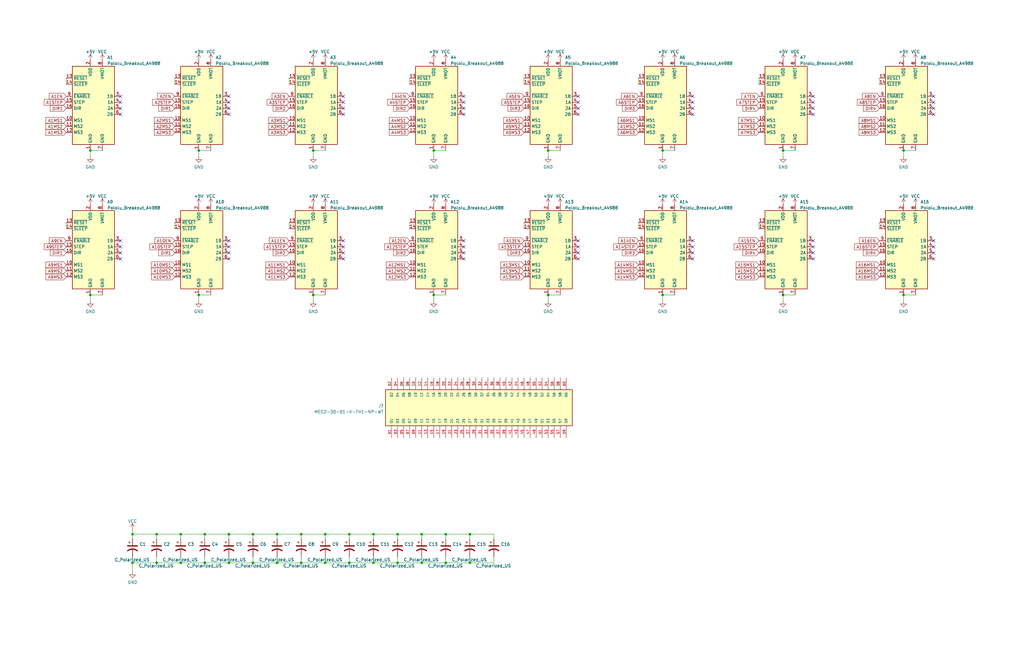
<source format=kicad_sch>
(kicad_sch (version 20211123) (generator eeschema)
  (paper "B")
  (lib_symbols
    (symbol "Device:C_Polarized_US" (pin_numbers hide) (pin_names (offset 0.254) hide)
      (property "Reference" "C" (at 0.635 2.54 0))
      (property "Value" "C_Polarized_US" (at 0.635 -2.54 0))
      (symbol "C_Polarized_US_0_1"
        (polyline (pts (xy -2.032 0.762) (xy 2.032 0.762)) (stroke (width 0.508)))
        (polyline (pts (xy -1.778 2.286) (xy -0.762 2.286)))
        (polyline (pts (xy -1.27 1.778) (xy -1.27 2.794)))
        (arc (start 2.032 -1.27) (mid 0 -0.5572) (end -2.032 -1.27) (stroke (width 0.508)))
      )
      (symbol "C_Polarized_US_1_1"
        (pin passive line (at 0 3.81 270) (length 2.794) (name "~") (number "1"))
        (pin passive line (at 0 -3.81 90) (length 3.302) (name "~") (number "2"))
      )
    )
    (symbol "Driver_Motor:Pololu_Breakout_A4988"
      (property "Reference" "A" (at -2.54 19.05 0))
      (property "Value" "Pololu_Breakout_A4988" (at -2.54 16.51 0))
      (symbol "Pololu_Breakout_A4988_0_1"
        (rectangle (start 10.16 -17.78) (end -7.62 15.24) (stroke (width 0.254)) (fill (type background)))
      )
      (symbol "Pololu_Breakout_A4988_1_1"
        (pin power_in line (at 0 -20.32 90) (length 2.54) (name "GND") (number "1"))
        (pin input line (at -10.16 -7.62 0) (length 2.54) (name "MS1") (number "10"))
        (pin input line (at -10.16 -10.16 0) (length 2.54) (name "MS2") (number "11"))
        (pin input line (at -10.16 -12.7 0) (length 2.54) (name "MS3") (number "12"))
        (pin input line (at -10.16 10.16 0) (length 2.54) (name "~{RESET}") (number "13"))
        (pin input line (at -10.16 7.62 0) (length 2.54) (name "~{SLEEP}") (number "14"))
        (pin input line (at -10.16 0 0) (length 2.54) (name "STEP") (number "15"))
        (pin input line (at -10.16 -2.54 0) (length 2.54) (name "DIR") (number "16"))
        (pin power_in line (at 0 17.78 270) (length 2.54) (name "VDD") (number "2"))
        (pin output line (at 12.7 2.54 180) (length 2.54) (name "1B") (number "3"))
        (pin output line (at 12.7 0 180) (length 2.54) (name "1A") (number "4"))
        (pin output line (at 12.7 -2.54 180) (length 2.54) (name "2A") (number "5"))
        (pin output line (at 12.7 -5.08 180) (length 2.54) (name "2B") (number "6"))
        (pin power_in line (at 5.08 -20.32 90) (length 2.54) (name "GND") (number "7"))
        (pin power_in line (at 5.08 17.78 270) (length 2.54) (name "VMOT") (number "8"))
        (pin input line (at -10.16 2.54 0) (length 2.54) (name "~{ENABLE}") (number "9"))
      )
    )
    (symbol "MEC2-30-01-X-TH1-NP-WT:MEC2-30-01-X-TH1-NP-WT" (pin_names (offset 1.016))
      (property "Reference" "J" (at -7.62 39.37 0))
      (property "Value" "MEC2-30-01-X-TH1-NP-WT" (at -7.62 -43.18 0))
      (symbol "MEC2-30-01-X-TH1-NP-WT_0_0"
        (rectangle (start -7.62 -40.64) (end 7.62 38.1) (stroke (width 0.254)) (fill (type background)))
        (pin passive line (at -12.7 35.56 0) (length 5.08) (name "01") (number "01"))
        (pin passive line (at 12.7 35.56 180) (length 5.08) (name "02") (number "02"))
        (pin passive line (at -12.7 33.02 0) (length 5.08) (name "03") (number "03"))
        (pin passive line (at 12.7 33.02 180) (length 5.08) (name "04") (number "04"))
        (pin passive line (at -12.7 30.48 0) (length 5.08) (name "05") (number "05"))
        (pin passive line (at 12.7 30.48 180) (length 5.08) (name "06") (number "06"))
        (pin passive line (at -12.7 27.94 0) (length 5.08) (name "07") (number "07"))
        (pin passive line (at 12.7 27.94 180) (length 5.08) (name "08") (number "08"))
        (pin passive line (at -12.7 25.4 0) (length 5.08) (name "09") (number "09"))
        (pin passive line (at 12.7 25.4 180) (length 5.08) (name "10") (number "10"))
        (pin passive line (at -12.7 22.86 0) (length 5.08) (name "11") (number "11"))
        (pin passive line (at 12.7 22.86 180) (length 5.08) (name "12") (number "12"))
        (pin passive line (at -12.7 20.32 0) (length 5.08) (name "13") (number "13"))
        (pin passive line (at 12.7 20.32 180) (length 5.08) (name "14") (number "14"))
        (pin passive line (at -12.7 17.78 0) (length 5.08) (name "15") (number "15"))
        (pin passive line (at 12.7 17.78 180) (length 5.08) (name "16") (number "16"))
        (pin passive line (at -12.7 15.24 0) (length 5.08) (name "17") (number "17"))
        (pin passive line (at 12.7 15.24 180) (length 5.08) (name "18") (number "18"))
        (pin passive line (at -12.7 12.7 0) (length 5.08) (name "19") (number "19"))
        (pin passive line (at 12.7 12.7 180) (length 5.08) (name "20") (number "20"))
        (pin passive line (at -12.7 10.16 0) (length 5.08) (name "21") (number "21"))
        (pin passive line (at 12.7 10.16 180) (length 5.08) (name "22") (number "22"))
        (pin passive line (at -12.7 7.62 0) (length 5.08) (name "23") (number "23"))
        (pin passive line (at 12.7 7.62 180) (length 5.08) (name "24") (number "24"))
        (pin passive line (at -12.7 5.08 0) (length 5.08) (name "25") (number "25"))
        (pin passive line (at 12.7 5.08 180) (length 5.08) (name "26") (number "26"))
        (pin passive line (at -12.7 2.54 0) (length 5.08) (name "27") (number "27"))
        (pin passive line (at 12.7 2.54 180) (length 5.08) (name "28") (number "28"))
        (pin passive line (at -12.7 0 0) (length 5.08) (name "29") (number "29"))
        (pin passive line (at 12.7 0 180) (length 5.08) (name "30") (number "30"))
        (pin passive line (at -12.7 -2.54 0) (length 5.08) (name "31") (number "31"))
        (pin passive line (at 12.7 -2.54 180) (length 5.08) (name "32") (number "32"))
        (pin passive line (at -12.7 -5.08 0) (length 5.08) (name "33") (number "33"))
        (pin passive line (at 12.7 -5.08 180) (length 5.08) (name "34") (number "34"))
        (pin passive line (at -12.7 -7.62 0) (length 5.08) (name "35") (number "35"))
        (pin passive line (at 12.7 -7.62 180) (length 5.08) (name "36") (number "36"))
        (pin passive line (at -12.7 -10.16 0) (length 5.08) (name "37") (number "37"))
        (pin passive line (at 12.7 -10.16 180) (length 5.08) (name "38") (number "38"))
        (pin passive line (at -12.7 -12.7 0) (length 5.08) (name "39") (number "39"))
        (pin passive line (at 12.7 -12.7 180) (length 5.08) (name "40") (number "40"))
        (pin passive line (at -12.7 -15.24 0) (length 5.08) (name "41") (number "41"))
        (pin passive line (at 12.7 -15.24 180) (length 5.08) (name "42") (number "42"))
        (pin passive line (at -12.7 -17.78 0) (length 5.08) (name "43") (number "43"))
        (pin passive line (at 12.7 -17.78 180) (length 5.08) (name "44") (number "44"))
        (pin passive line (at -12.7 -20.32 0) (length 5.08) (name "45") (number "45"))
        (pin passive line (at 12.7 -20.32 180) (length 5.08) (name "46") (number "46"))
        (pin passive line (at -12.7 -22.86 0) (length 5.08) (name "47") (number "47"))
        (pin passive line (at 12.7 -22.86 180) (length 5.08) (name "48") (number "48"))
        (pin passive line (at -12.7 -25.4 0) (length 5.08) (name "49") (number "49"))
        (pin passive line (at 12.7 -25.4 180) (length 5.08) (name "50") (number "50"))
        (pin passive line (at -12.7 -27.94 0) (length 5.08) (name "51") (number "51"))
        (pin passive line (at 12.7 -27.94 180) (length 5.08) (name "52") (number "52"))
        (pin passive line (at -12.7 -30.48 0) (length 5.08) (name "53") (number "53"))
        (pin passive line (at 12.7 -30.48 180) (length 5.08) (name "54") (number "54"))
        (pin passive line (at -12.7 -33.02 0) (length 5.08) (name "55") (number "55"))
        (pin passive line (at 12.7 -33.02 180) (length 5.08) (name "56") (number "56"))
        (pin passive line (at -12.7 -35.56 0) (length 5.08) (name "57") (number "57"))
        (pin passive line (at 12.7 -35.56 180) (length 5.08) (name "58") (number "58"))
        (pin passive line (at -12.7 -38.1 0) (length 5.08) (name "59") (number "59"))
        (pin passive line (at 12.7 -38.1 180) (length 5.08) (name "60") (number "60"))
      )
    )
    (symbol "power:+5V" (power) (pin_names (offset 0))
      (property "Value" "+5V" (at 0 3.556 0))
      (symbol "+5V_0_1"
        (polyline (pts (xy -0.762 1.27) (xy 0 2.54)))
        (polyline (pts (xy 0 0) (xy 0 2.54)))
        (polyline (pts (xy 0 2.54) (xy 0.762 1.27)))
      )
      (symbol "+5V_1_1"
        (pin power_in line (at 0 0 90) (length 0) hide (name "+5V") (number "1"))
      )
    )
    (symbol "power:GND" (power) (pin_names (offset 0))
      (property "Value" "GND" (at 0 -3.81 0))
      (symbol "GND_0_1"
        (polyline (pts (xy 0 0) (xy 0 -1.27) (xy 1.27 -1.27) (xy 0 -2.54) (xy -1.27 -1.27) (xy 0 -1.27)))
      )
      (symbol "GND_1_1"
        (pin power_in line (at 0 0 270) (length 0) hide (name "GND") (number "1"))
      )
    )
    (symbol "power:VCC" (power) (pin_names (offset 0))
      (property "Value" "VCC" (at 0 3.81 0))
      (symbol "VCC_0_1"
        (polyline (pts (xy -0.762 1.27) (xy 0 2.54)))
        (polyline (pts (xy 0 0) (xy 0 2.54)))
        (polyline (pts (xy 0 2.54) (xy 0.762 1.27)))
      )
      (symbol "VCC_1_1"
        (pin power_in line (at 0 0 90) (length 0) hide (name "VCC") (number "1"))
      )
    )
  )
  (junction (at 127 225.425))
  (junction (at 167.64 225.425))
  (junction (at 177.8 237.49))
  (junction (at 86.36 225.425))
  (junction (at 132.08 124.46))
  (junction (at 182.88 124.46))
  (junction (at 132.08 63.5))
  (junction (at 76.2 237.49))
  (junction (at 55.88 225.425))
  (junction (at 137.16 237.49))
  (junction (at 231.14 63.5))
  (junction (at 116.84 225.425))
  (junction (at 116.84 237.49))
  (junction (at 83.82 124.46))
  (junction (at 330.2 63.5))
  (junction (at 147.32 225.425))
  (junction (at 177.8 225.425))
  (junction (at 330.2 124.46))
  (junction (at 167.64 237.49))
  (junction (at 279.4 63.5))
  (junction (at 198.12 225.425))
  (junction (at 96.52 237.49))
  (junction (at 182.88 63.5))
  (junction (at 83.82 63.5))
  (junction (at 381 63.5))
  (junction (at 279.4 124.46))
  (junction (at 137.16 225.425))
  (junction (at 187.96 237.49))
  (junction (at 127 237.49))
  (junction (at 55.88 237.49))
  (junction (at 157.48 225.425))
  (junction (at 38.1 63.5))
  (junction (at 147.32 237.49))
  (junction (at 187.96 225.425))
  (junction (at 76.2 225.425))
  (junction (at 198.12 237.49))
  (junction (at 157.48 237.49))
  (junction (at 66.04 225.425))
  (junction (at 86.36 237.49))
  (junction (at 106.68 237.49))
  (junction (at 38.1 124.46))
  (junction (at 106.68 225.425))
  (junction (at 66.04 237.49))
  (junction (at 381 124.46))
  (junction (at 96.52 225.425))
  (junction (at 231.14 124.46))
  (no_connect (at 195.58 48.26))
  (no_connect (at 292.1 106.68))
  (no_connect (at 96.52 45.72))
  (no_connect (at 50.8 109.22))
  (no_connect (at 50.8 104.14))
  (no_connect (at 195.58 40.64))
  (no_connect (at 243.84 106.68))
  (no_connect (at 195.58 45.72))
  (no_connect (at 393.7 48.26))
  (no_connect (at 144.78 40.64))
  (no_connect (at 144.78 109.22))
  (no_connect (at 243.84 109.22))
  (no_connect (at 342.9 43.18))
  (no_connect (at 144.78 45.72))
  (no_connect (at 96.52 109.22))
  (no_connect (at 96.52 106.68))
  (no_connect (at 292.1 109.22))
  (no_connect (at 195.58 109.22))
  (no_connect (at 243.84 48.26))
  (no_connect (at 144.78 43.18))
  (no_connect (at 195.58 43.18))
  (no_connect (at 292.1 43.18))
  (no_connect (at 292.1 48.26))
  (no_connect (at 195.58 106.68))
  (no_connect (at 243.84 101.6))
  (no_connect (at 393.7 43.18))
  (no_connect (at 393.7 104.14))
  (no_connect (at 342.9 109.22))
  (no_connect (at 393.7 40.64))
  (no_connect (at 342.9 106.68))
  (no_connect (at 50.8 106.68))
  (no_connect (at 292.1 104.14))
  (no_connect (at 96.52 48.26))
  (no_connect (at 144.78 104.14))
  (no_connect (at 292.1 45.72))
  (no_connect (at 342.9 40.64))
  (no_connect (at 195.58 101.6))
  (no_connect (at 393.7 109.22))
  (no_connect (at 342.9 104.14))
  (no_connect (at 342.9 48.26))
  (no_connect (at 96.52 43.18))
  (no_connect (at 144.78 101.6))
  (no_connect (at 195.58 104.14))
  (no_connect (at 96.52 40.64))
  (no_connect (at 243.84 40.64))
  (no_connect (at 243.84 104.14))
  (no_connect (at 292.1 101.6))
  (no_connect (at 342.9 101.6))
  (no_connect (at 243.84 43.18))
  (no_connect (at 144.78 48.26))
  (no_connect (at 393.7 101.6))
  (no_connect (at 96.52 101.6))
  (no_connect (at 50.8 101.6))
  (no_connect (at 96.52 104.14))
  (no_connect (at 393.7 45.72))
  (no_connect (at 144.78 106.68))
  (no_connect (at 243.84 45.72))
  (no_connect (at 393.7 106.68))
  (no_connect (at 342.9 45.72))
  (no_connect (at 50.8 45.72))
  (no_connect (at 50.8 48.26))
  (no_connect (at 50.8 40.64))
  (no_connect (at 50.8 43.18))
  (no_connect (at 292.1 40.64))
  (wire (pts (xy 182.88 124.46) (xy 187.96 124.46)))
  (wire (pts (xy 231.14 124.46) (xy 236.22 124.46)))
  (wire (pts (xy 198.12 237.49) (xy 187.96 237.49)))
  (wire (pts (xy 73.66 93.98) (xy 73.66 96.52)))
  (wire (pts (xy 220.98 33.02) (xy 220.98 35.56)))
  (wire (pts (xy 137.16 227.33) (xy 137.16 225.425)))
  (wire (pts (xy 86.36 227.33) (xy 86.36 225.425)))
  (wire (pts (xy 279.4 63.5) (xy 284.48 63.5)))
  (wire (pts (xy 167.64 225.425) (xy 157.48 225.425)))
  (wire (pts (xy 167.64 234.95) (xy 167.64 237.49)))
  (wire (pts (xy 137.16 234.95) (xy 137.16 237.49)))
  (wire (pts (xy 330.2 124.46) (xy 330.2 127)))
  (wire (pts (xy 279.4 124.46) (xy 279.4 127)))
  (wire (pts (xy 231.14 63.5) (xy 231.14 66.04)))
  (wire (pts (xy 220.98 93.98) (xy 220.98 96.52)))
  (wire (pts (xy 76.2 237.49) (xy 66.04 237.49)))
  (wire (pts (xy 127 234.95) (xy 127 237.49)))
  (wire (pts (xy 157.48 237.49) (xy 147.32 237.49)))
  (wire (pts (xy 27.94 93.98) (xy 27.94 96.52)))
  (wire (pts (xy 320.04 33.02) (xy 320.04 35.56)))
  (wire (pts (xy 127 237.49) (xy 116.84 237.49)))
  (wire (pts (xy 55.88 234.95) (xy 55.88 237.49)))
  (wire (pts (xy 269.24 33.02) (xy 269.24 35.56)))
  (wire (pts (xy 127 225.425) (xy 116.84 225.425)))
  (wire (pts (xy 132.08 63.5) (xy 137.16 63.5)))
  (wire (pts (xy 137.16 225.425) (xy 127 225.425)))
  (wire (pts (xy 182.88 124.46) (xy 182.88 127)))
  (wire (pts (xy 147.32 237.49) (xy 137.16 237.49)))
  (wire (pts (xy 106.68 227.33) (xy 106.68 225.425)))
  (wire (pts (xy 187.96 237.49) (xy 177.8 237.49)))
  (wire (pts (xy 370.84 93.98) (xy 370.84 96.52)))
  (wire (pts (xy 167.64 237.49) (xy 157.48 237.49)))
  (wire (pts (xy 279.4 63.5) (xy 279.4 66.04)))
  (wire (pts (xy 187.96 234.95) (xy 187.96 237.49)))
  (wire (pts (xy 86.36 237.49) (xy 76.2 237.49)))
  (wire (pts (xy 83.82 63.5) (xy 88.9 63.5)))
  (wire (pts (xy 182.88 63.5) (xy 187.96 63.5)))
  (wire (pts (xy 330.2 124.46) (xy 335.28 124.46)))
  (wire (pts (xy 132.08 124.46) (xy 132.08 127)))
  (wire (pts (xy 83.82 124.46) (xy 83.82 127)))
  (wire (pts (xy 167.64 227.33) (xy 167.64 225.425)))
  (wire (pts (xy 38.1 124.46) (xy 43.18 124.46)))
  (wire (pts (xy 381 124.46) (xy 386.08 124.46)))
  (wire (pts (xy 116.84 225.425) (xy 106.68 225.425)))
  (wire (pts (xy 147.32 225.425) (xy 137.16 225.425)))
  (wire (pts (xy 55.88 223.52) (xy 55.88 225.425)))
  (wire (pts (xy 116.84 234.95) (xy 116.84 237.49)))
  (wire (pts (xy 177.8 237.49) (xy 167.64 237.49)))
  (wire (pts (xy 116.84 227.33) (xy 116.84 225.425)))
  (wire (pts (xy 330.2 63.5) (xy 335.28 63.5)))
  (wire (pts (xy 76.2 225.425) (xy 66.04 225.425)))
  (wire (pts (xy 198.12 227.33) (xy 198.12 225.425)))
  (wire (pts (xy 66.04 225.425) (xy 55.88 225.425)))
  (wire (pts (xy 121.92 93.98) (xy 121.92 96.52)))
  (wire (pts (xy 320.04 93.98) (xy 320.04 96.52)))
  (wire (pts (xy 381 63.5) (xy 381 66.04)))
  (wire (pts (xy 132.08 124.46) (xy 137.16 124.46)))
  (wire (pts (xy 172.72 93.98) (xy 172.72 96.52)))
  (wire (pts (xy 187.96 227.33) (xy 187.96 225.425)))
  (wire (pts (xy 198.12 234.95) (xy 198.12 237.49)))
  (wire (pts (xy 187.96 225.425) (xy 177.8 225.425)))
  (wire (pts (xy 157.48 225.425) (xy 147.32 225.425)))
  (wire (pts (xy 330.2 63.5) (xy 330.2 66.04)))
  (wire (pts (xy 86.36 225.425) (xy 76.2 225.425)))
  (wire (pts (xy 208.28 237.49) (xy 198.12 237.49)))
  (wire (pts (xy 208.28 234.95) (xy 208.28 237.49)))
  (wire (pts (xy 66.04 234.95) (xy 66.04 237.49)))
  (wire (pts (xy 27.94 33.02) (xy 27.94 35.56)))
  (wire (pts (xy 172.72 33.02) (xy 172.72 35.56)))
  (wire (pts (xy 208.28 225.425) (xy 198.12 225.425)))
  (wire (pts (xy 83.82 124.46) (xy 88.9 124.46)))
  (wire (pts (xy 96.52 225.425) (xy 86.36 225.425)))
  (wire (pts (xy 38.1 63.5) (xy 43.18 63.5)))
  (wire (pts (xy 116.84 237.49) (xy 106.68 237.49)))
  (wire (pts (xy 127 227.33) (xy 127 225.425)))
  (wire (pts (xy 370.84 33.02) (xy 370.84 35.56)))
  (wire (pts (xy 231.14 63.5) (xy 236.22 63.5)))
  (wire (pts (xy 66.04 237.49) (xy 55.88 237.49)))
  (wire (pts (xy 198.12 225.425) (xy 187.96 225.425)))
  (wire (pts (xy 96.52 234.95) (xy 96.52 237.49)))
  (wire (pts (xy 177.8 227.33) (xy 177.8 225.425)))
  (wire (pts (xy 38.1 63.5) (xy 38.1 66.04)))
  (wire (pts (xy 137.16 237.49) (xy 127 237.49)))
  (wire (pts (xy 106.68 234.95) (xy 106.68 237.49)))
  (wire (pts (xy 147.32 234.95) (xy 147.32 237.49)))
  (wire (pts (xy 106.68 237.49) (xy 96.52 237.49)))
  (wire (pts (xy 96.52 227.33) (xy 96.52 225.425)))
  (wire (pts (xy 177.8 225.425) (xy 167.64 225.425)))
  (wire (pts (xy 147.32 227.33) (xy 147.32 225.425)))
  (wire (pts (xy 38.1 124.46) (xy 38.1 127)))
  (wire (pts (xy 157.48 234.95) (xy 157.48 237.49)))
  (wire (pts (xy 86.36 234.95) (xy 86.36 237.49)))
  (wire (pts (xy 182.88 63.5) (xy 182.88 66.04)))
  (wire (pts (xy 177.8 234.95) (xy 177.8 237.49)))
  (wire (pts (xy 96.52 237.49) (xy 86.36 237.49)))
  (wire (pts (xy 121.92 33.02) (xy 121.92 35.56)))
  (wire (pts (xy 73.66 33.02) (xy 73.66 35.56)))
  (wire (pts (xy 231.14 124.46) (xy 231.14 127)))
  (wire (pts (xy 157.48 227.33) (xy 157.48 225.425)))
  (wire (pts (xy 381 63.5) (xy 386.08 63.5)))
  (wire (pts (xy 208.28 227.33) (xy 208.28 225.425)))
  (wire (pts (xy 55.88 237.49) (xy 55.88 241.3)))
  (wire (pts (xy 279.4 124.46) (xy 284.48 124.46)))
  (wire (pts (xy 76.2 234.95) (xy 76.2 237.49)))
  (wire (pts (xy 269.24 93.98) (xy 269.24 96.52)))
  (wire (pts (xy 106.68 225.425) (xy 96.52 225.425)))
  (wire (pts (xy 76.2 227.33) (xy 76.2 225.425)))
  (wire (pts (xy 381 124.46) (xy 381 127)))
  (wire (pts (xy 66.04 227.33) (xy 66.04 225.425)))
  (wire (pts (xy 132.08 63.5) (xy 132.08 66.04)))
  (wire (pts (xy 55.88 225.425) (xy 55.88 227.33)))
  (wire (pts (xy 83.82 63.5) (xy 83.82 66.04)))
  (global_label "A16MS2" (shape input) (at 370.84 114.3 180) (property "Intersheet References" "${INTERSHEET_REFS}" (effects hide)))
  (global_label "DIR4" (shape input) (at 370.84 106.68 180) (property "Intersheet References" "${INTERSHEET_REFS}" (effects hide)))
  (global_label "A3STEP" (shape input) (at 121.92 43.18 180) (property "Intersheet References" "${INTERSHEET_REFS}" (effects hide)))
  (global_label "A12MS3" (shape input) (at 172.72 116.84 180) (property "Intersheet References" "${INTERSHEET_REFS}" (effects hide)))
  (global_label "A4STEP" (shape input) (at 172.72 43.18 180) (property "Intersheet References" "${INTERSHEET_REFS}" (effects hide)))
  (global_label "A7EN" (shape input) (at 320.04 40.64 180) (property "Intersheet References" "${INTERSHEET_REFS}" (effects hide)))
  (global_label "A3EN" (shape input) (at 121.92 40.64 180) (property "Intersheet References" "${INTERSHEET_REFS}" (effects hide)))
  (global_label "A1MS2" (shape input) (at 269.24 53.34 180) (property "Intersheet References" "${INTERSHEET_REFS}" (effects hide)))
  (global_label "A5EN" (shape input) (at 220.98 40.64 180) (property "Intersheet References" "${INTERSHEET_REFS}" (effects hide)))
  (global_label "DIR3" (shape input) (at 220.98 106.68 180) (property "Intersheet References" "${INTERSHEET_REFS}" (effects hide)))
  (global_label "A3MS3" (shape input) (at 121.92 55.88 180) (property "Intersheet References" "${INTERSHEET_REFS}" (effects hide)))
  (global_label "A1EN" (shape input) (at 27.94 40.64 180) (property "Intersheet References" "${INTERSHEET_REFS}" (effects hide)))
  (global_label "A1MS2" (shape input) (at 27.94 53.34 180) (property "Intersheet References" "${INTERSHEET_REFS}" (effects hide)))
  (global_label "DIR2" (shape input) (at 172.72 45.72 180) (property "Intersheet References" "${INTERSHEET_REFS}" (effects hide)))
  (global_label "A15EN" (shape input) (at 320.04 101.6 180) (property "Intersheet References" "${INTERSHEET_REFS}" (effects hide)))
  (global_label "A2MS1" (shape input) (at 73.66 50.8 180) (property "Intersheet References" "${INTERSHEET_REFS}" (effects hide)))
  (global_label "A13MS1" (shape input) (at 220.98 111.76 180) (property "Intersheet References" "${INTERSHEET_REFS}" (effects hide)))
  (global_label "A8MS1" (shape input) (at 370.84 50.8 180) (property "Intersheet References" "${INTERSHEET_REFS}" (effects hide)))
  (global_label "A7STEP" (shape input) (at 320.04 43.18 180) (property "Intersheet References" "${INTERSHEET_REFS}" (effects hide)))
  (global_label "A1MS3" (shape input) (at 27.94 55.88 180) (property "Intersheet References" "${INTERSHEET_REFS}" (effects hide)))
  (global_label "A11STEP" (shape input) (at 121.92 104.14 180) (property "Intersheet References" "${INTERSHEET_REFS}" (effects hide)))
  (global_label "A4MS1" (shape input) (at 172.72 50.8 180) (property "Intersheet References" "${INTERSHEET_REFS}" (effects hide)))
  (global_label "DIR3" (shape input) (at 269.24 45.72 180) (property "Intersheet References" "${INTERSHEET_REFS}" (effects hide)))
  (global_label "A10EN" (shape input) (at 73.66 101.6 180) (property "Intersheet References" "${INTERSHEET_REFS}" (effects hide)))
  (global_label "A2STEP" (shape input) (at 73.66 43.18 180) (property "Intersheet References" "${INTERSHEET_REFS}" (effects hide)))
  (global_label "A12EN" (shape input) (at 172.72 101.6 180) (property "Intersheet References" "${INTERSHEET_REFS}" (effects hide)))
  (global_label "DIR4" (shape input) (at 320.04 106.68 180) (property "Intersheet References" "${INTERSHEET_REFS}" (effects hide)))
  (global_label "A12MS2" (shape input) (at 172.72 114.3 180) (property "Intersheet References" "${INTERSHEET_REFS}" (effects hide)))
  (global_label "A6MS1" (shape input) (at 269.24 50.8 180) (property "Intersheet References" "${INTERSHEET_REFS}" (effects hide)))
  (global_label "A11MS3" (shape input) (at 121.92 116.84 180) (property "Intersheet References" "${INTERSHEET_REFS}" (effects hide)))
  (global_label "A12MS1" (shape input) (at 172.72 111.76 180) (property "Intersheet References" "${INTERSHEET_REFS}" (effects hide)))
  (global_label "A14STEP" (shape input) (at 269.24 104.14 180) (property "Intersheet References" "${INTERSHEET_REFS}" (effects hide)))
  (global_label "A15MS3" (shape input) (at 320.04 116.84 180) (property "Intersheet References" "${INTERSHEET_REFS}" (effects hide)))
  (global_label "DIR4" (shape input) (at 320.04 45.72 180) (property "Intersheet References" "${INTERSHEET_REFS}" (effects hide)))
  (global_label "A15MS1" (shape input) (at 320.04 111.76 180) (property "Intersheet References" "${INTERSHEET_REFS}" (effects hide)))
  (global_label "DIR1" (shape input) (at 73.66 106.68 180) (property "Intersheet References" "${INTERSHEET_REFS}" (effects hide)))
  (global_label "A9MS2" (shape input) (at 27.94 114.3 180) (property "Intersheet References" "${INTERSHEET_REFS}" (effects hide)))
  (global_label "A6EN" (shape input) (at 269.24 40.64 180) (property "Intersheet References" "${INTERSHEET_REFS}" (effects hide)))
  (global_label "A2MS2" (shape input) (at 73.66 53.34 180) (property "Intersheet References" "${INTERSHEET_REFS}" (effects hide)))
  (global_label "A15MS2" (shape input) (at 320.04 114.3 180) (property "Intersheet References" "${INTERSHEET_REFS}" (effects hide)))
  (global_label "A8MS3" (shape input) (at 370.84 55.88 180) (property "Intersheet References" "${INTERSHEET_REFS}" (effects hide)))
  (global_label "DIR2" (shape input) (at 121.92 106.68 180) (property "Intersheet References" "${INTERSHEET_REFS}" (effects hide)))
  (global_label "DIR3" (shape input) (at 220.98 45.72 180) (property "Intersheet References" "${INTERSHEET_REFS}" (effects hide)))
  (global_label "A4MS2" (shape input) (at 172.72 53.34 180) (property "Intersheet References" "${INTERSHEET_REFS}" (effects hide)))
  (global_label "A1MS1" (shape input) (at 27.94 50.8 180) (property "Intersheet References" "${INTERSHEET_REFS}" (effects hide)))
  (global_label "A8STEP" (shape input) (at 370.84 43.18 180) (property "Intersheet References" "${INTERSHEET_REFS}" (effects hide)))
  (global_label "A7MS3" (shape input) (at 320.04 55.88 180) (property "Intersheet References" "${INTERSHEET_REFS}" (effects hide)))
  (global_label "A4MS3" (shape input) (at 172.72 55.88 180) (property "Intersheet References" "${INTERSHEET_REFS}" (effects hide)))
  (global_label "A9STEP" (shape input) (at 27.94 104.14 180) (property "Intersheet References" "${INTERSHEET_REFS}" (effects hide)))
  (global_label "A5MS3" (shape input) (at 220.98 55.88 180) (property "Intersheet References" "${INTERSHEET_REFS}" (effects hide)))
  (global_label "DIR1" (shape input) (at 27.94 45.72 180) (property "Intersheet References" "${INTERSHEET_REFS}" (effects hide)))
  (global_label "A16MS3" (shape input) (at 370.84 116.84 180) (property "Intersheet References" "${INTERSHEET_REFS}" (effects hide)))
  (global_label "A14EN" (shape input) (at 269.24 101.6 180) (property "Intersheet References" "${INTERSHEET_REFS}" (effects hide)))
  (global_label "A7MS2" (shape input) (at 320.04 53.34 180) (property "Intersheet References" "${INTERSHEET_REFS}" (effects hide)))
  (global_label "A10MS2" (shape input) (at 73.66 114.3 180) (property "Intersheet References" "${INTERSHEET_REFS}" (effects hide)))
  (global_label "A14MS2" (shape input) (at 269.24 114.3 180) (property "Intersheet References" "${INTERSHEET_REFS}" (effects hide)))
  (global_label "A8EN" (shape input) (at 370.84 40.64 180) (property "Intersheet References" "${INTERSHEET_REFS}" (effects hide)))
  (global_label "A9MS3" (shape input) (at 27.94 116.84 180) (property "Intersheet References" "${INTERSHEET_REFS}" (effects hide)))
  (global_label "A10STEP" (shape input) (at 73.66 104.14 180) (property "Intersheet References" "${INTERSHEET_REFS}" (effects hide)))
  (global_label "A3MS2" (shape input) (at 121.92 53.34 180) (property "Intersheet References" "${INTERSHEET_REFS}" (effects hide)))
  (global_label "A5MS2" (shape input) (at 220.98 53.34 180) (property "Intersheet References" "${INTERSHEET_REFS}" (effects hide)))
  (global_label "DIR3" (shape input) (at 269.24 106.68 180) (property "Intersheet References" "${INTERSHEET_REFS}" (effects hide)))
  (global_label "DIR1" (shape input) (at 27.94 106.68 180) (property "Intersheet References" "${INTERSHEET_REFS}" (effects hide)))
  (global_label "A8MS2" (shape input) (at 370.84 53.34 180) (property "Intersheet References" "${INTERSHEET_REFS}" (effects hide)))
  (global_label "A16STEP" (shape input) (at 370.84 104.14 180) (property "Intersheet References" "${INTERSHEET_REFS}" (effects hide)))
  (global_label "A9MS1" (shape input) (at 27.94 111.76 180) (property "Intersheet References" "${INTERSHEET_REFS}" (effects hide)))
  (global_label "A6STEP" (shape input) (at 269.24 43.18 180) (property "Intersheet References" "${INTERSHEET_REFS}" (effects hide)))
  (global_label "A6MS3" (shape input) (at 269.24 55.88 180) (property "Intersheet References" "${INTERSHEET_REFS}" (effects hide)))
  (global_label "DIR4" (shape input) (at 370.84 45.72 180) (property "Intersheet References" "${INTERSHEET_REFS}" (effects hide)))
  (global_label "A5MS1" (shape input) (at 220.98 50.8 180) (property "Intersheet References" "${INTERSHEET_REFS}" (effects hide)))
  (global_label "A5STEP" (shape input) (at 220.98 43.18 180) (property "Intersheet References" "${INTERSHEET_REFS}" (effects hide)))
  (global_label "DIR2" (shape input) (at 121.92 45.72 180) (property "Intersheet References" "${INTERSHEET_REFS}" (effects hide)))
  (global_label "A13EN" (shape input) (at 220.98 101.6 180) (property "Intersheet References" "${INTERSHEET_REFS}" (effects hide)))
  (global_label "A12STEP" (shape input) (at 172.72 104.14 180) (property "Intersheet References" "${INTERSHEET_REFS}" (effects hide)))
  (global_label "A15STEP" (shape input) (at 320.04 104.14 180) (property "Intersheet References" "${INTERSHEET_REFS}" (effects hide)))
  (global_label "DIR2" (shape input) (at 172.72 106.68 180) (property "Intersheet References" "${INTERSHEET_REFS}" (effects hide)))
  (global_label "A7MS1" (shape input) (at 320.04 50.8 180) (property "Intersheet References" "${INTERSHEET_REFS}" (effects hide)))
  (global_label "A9EN" (shape input) (at 27.94 101.6 180) (property "Intersheet References" "${INTERSHEET_REFS}" (effects hide)))
  (global_label "A2EN" (shape input) (at 73.66 40.64 180) (property "Intersheet References" "${INTERSHEET_REFS}" (effects hide)))
  (global_label "A3MS1" (shape input) (at 121.92 50.8 180) (property "Intersheet References" "${INTERSHEET_REFS}" (effects hide)))
  (global_label "A16MS1" (shape input) (at 370.84 111.76 180) (property "Intersheet References" "${INTERSHEET_REFS}" (effects hide)))
  (global_label "A2MS3" (shape input) (at 73.66 55.88 180) (property "Intersheet References" "${INTERSHEET_REFS}" (effects hide)))
  (global_label "A16EN" (shape input) (at 370.84 101.6 180) (property "Intersheet References" "${INTERSHEET_REFS}" (effects hide)))
  (global_label "A14MS1" (shape input) (at 269.24 111.76 180) (property "Intersheet References" "${INTERSHEET_REFS}" (effects hide)))
  (global_label "A11EN" (shape input) (at 121.92 101.6 180) (property "Intersheet References" "${INTERSHEET_REFS}" (effects hide)))
  (global_label "A13MS3" (shape input) (at 220.98 116.84 180) (property "Intersheet References" "${INTERSHEET_REFS}" (effects hide)))
  (global_label "A11MS1" (shape input) (at 121.92 111.76 180) (property "Intersheet References" "${INTERSHEET_REFS}" (effects hide)))
  (global_label "A4EN" (shape input) (at 172.72 40.64 180) (property "Intersheet References" "${INTERSHEET_REFS}" (effects hide)))
  (global_label "A10MS1" (shape input) (at 73.66 111.76 180) (property "Intersheet References" "${INTERSHEET_REFS}" (effects hide)))
  (global_label "A10MS3" (shape input) (at 73.66 116.84 180) (property "Intersheet References" "${INTERSHEET_REFS}" (effects hide)))
  (global_label "A11MS2" (shape input) (at 121.92 114.3 180) (property "Intersheet References" "${INTERSHEET_REFS}" (effects hide)))
  (global_label "A13STEP" (shape input) (at 220.98 104.14 180) (property "Intersheet References" "${INTERSHEET_REFS}" (effects hide)))
  (global_label "A13MS2" (shape input) (at 220.98 114.3 180) (property "Intersheet References" "${INTERSHEET_REFS}" (effects hide)))
  (global_label "DIR1" (shape input) (at 73.66 45.72 180) (property "Intersheet References" "${INTERSHEET_REFS}" (effects hide)))
  (global_label "A14MS3" (shape input) (at 269.24 116.84 180) (property "Intersheet References" "${INTERSHEET_REFS}" (effects hide)))
  (global_label "A1STEP" (shape input) (at 27.94 43.18 180) (property "Intersheet References" "${INTERSHEET_REFS}" (effects hide)))
  (symbol (lib_id "power:VCC") (at 386.08 86.36 0) (unit 1)
    (property "Reference" "#PWR048" (effects hide))
    (property "Value" "VCC" (at 386.08 82.7842 0))
  )
  (symbol (lib_id "power:VCC") (at 284.48 86.36 0) (unit 1)
    (property "Reference" "#PWR044" (effects hide))
    (property "Value" "VCC" (at 284.48 82.7842 0))
  )
  (symbol (lib_id "power:GND") (at 381 127 0) (unit 1)
    (property "Reference" "#PWR016" (effects hide))
    (property "Value" "GND" (at 381 131.4434 0))
  )
  (symbol (lib_id "Device:C_Polarized_US") (at 127 231.14 0) (unit 1)
    (property "Reference" "C8" (at 129.921 229.6703 0) (effects (justify left)))
    (property "Value" "C_Polarized_US" (at 119.38 238.76 0) (effects (justify left)))
  )
  (symbol (lib_id "Device:C_Polarized_US") (at 208.28 231.14 0) (unit 1)
    (property "Reference" "C16" (at 211.201 229.6703 0) (effects (justify left)))
    (property "Value" "C_Polarized_US" (at 200.66 238.76 0) (effects (justify left)))
  )
  (symbol (lib_id "Driver_Motor:Pololu_Breakout_A4988") (at 231.14 43.18 0) (unit 1)
    (property "Reference" "A5" (at 238.2394 24.2402 0) (effects (justify left)))
    (property "Value" "Pololu_Breakout_A4988" (at 238.2394 26.7771 0) (effects (justify left)))
    (property "Footprint" "Module:Pololu_Breakout-16_15.2x20.3mm" (effects hide))
    (property "Datasheet" "https://www.pololu.com/product/2980/pictures" (effects hide))
  )
  (symbol (lib_id "power:VCC") (at 88.9 25.4 0) (unit 1)
    (property "Reference" "#PWR020" (effects hide))
    (property "Value" "VCC" (at 88.9 21.8242 0))
  )
  (symbol (lib_id "power:+5V") (at 231.14 25.4 0) (unit 1)
    (property "Reference" "#PWR025" (effects hide))
    (property "Value" "+5V" (at 231.14 21.8242 0))
  )
  (symbol (lib_id "power:+5V") (at 231.14 86.36 0) (unit 1)
    (property "Reference" "#PWR041" (effects hide))
    (property "Value" "+5V" (at 231.14 82.7842 0))
  )
  (symbol (lib_id "Driver_Motor:Pololu_Breakout_A4988") (at 381 104.14 0) (unit 1)
    (property "Reference" "A16" (at 388.0994 85.2002 0) (effects (justify left)))
    (property "Value" "Pololu_Breakout_A4988" (at 388.0994 87.7371 0) (effects (justify left)))
    (property "Footprint" "Module:Pololu_Breakout-16_15.2x20.3mm" (effects hide))
    (property "Datasheet" "https://www.pololu.com/product/2980/pictures" (effects hide))
  )
  (symbol (lib_id "power:+5V") (at 38.1 25.4 0) (unit 1)
    (property "Reference" "#PWR017" (effects hide))
    (property "Value" "+5V" (at 38.1 21.8242 0))
  )
  (symbol (lib_id "power:GND") (at 182.88 66.04 0) (unit 1)
    (property "Reference" "#PWR04" (effects hide))
    (property "Value" "GND" (at 182.88 70.4834 0))
  )
  (symbol (lib_id "power:+5V") (at 330.2 25.4 0) (unit 1)
    (property "Reference" "#PWR029" (effects hide))
    (property "Value" "+5V" (at 330.2 21.8242 0))
  )
  (symbol (lib_id "Driver_Motor:Pololu_Breakout_A4988") (at 330.2 104.14 0) (unit 1)
    (property "Reference" "A15" (at 337.2994 85.2002 0) (effects (justify left)))
    (property "Value" "Pololu_Breakout_A4988" (at 337.2994 87.7371 0) (effects (justify left)))
    (property "Footprint" "Module:Pololu_Breakout-16_15.2x20.3mm" (effects hide))
    (property "Datasheet" "https://www.pololu.com/product/2980/pictures" (effects hide))
  )
  (symbol (lib_id "power:VCC") (at 187.96 25.4 0) (unit 1)
    (property "Reference" "#PWR024" (effects hide))
    (property "Value" "VCC" (at 187.96 21.8242 0))
  )
  (symbol (lib_id "power:+5V") (at 182.88 86.36 0) (unit 1)
    (property "Reference" "#PWR039" (effects hide))
    (property "Value" "+5V" (at 182.88 82.7842 0))
  )
  (symbol (lib_id "Driver_Motor:Pololu_Breakout_A4988") (at 231.14 104.14 0) (unit 1)
    (property "Reference" "A13" (at 238.2394 85.2002 0) (effects (justify left)))
    (property "Value" "Pololu_Breakout_A4988" (at 238.2394 87.7371 0) (effects (justify left)))
    (property "Footprint" "Module:Pololu_Breakout-16_15.2x20.3mm" (effects hide))
    (property "Datasheet" "https://www.pololu.com/product/2980/pictures" (effects hide))
  )
  (symbol (lib_id "power:GND") (at 279.4 127 0) (unit 1)
    (property "Reference" "#PWR014" (effects hide))
    (property "Value" "GND" (at 279.4 131.4434 0))
  )
  (symbol (lib_id "power:+5V") (at 330.2 86.36 0) (unit 1)
    (property "Reference" "#PWR045" (effects hide))
    (property "Value" "+5V" (at 330.2 82.7842 0))
  )
  (symbol (lib_id "power:GND") (at 83.82 127 0) (unit 1)
    (property "Reference" "#PWR010" (effects hide))
    (property "Value" "GND" (at 83.82 131.4434 0))
  )
  (symbol (lib_id "Device:C_Polarized_US") (at 167.64 231.14 0) (unit 1)
    (property "Reference" "C12" (at 170.561 229.6703 0) (effects (justify left)))
    (property "Value" "C_Polarized_US" (at 160.02 238.76 0) (effects (justify left)))
  )
  (symbol (lib_id "Device:C_Polarized_US") (at 147.32 231.14 0) (unit 1)
    (property "Reference" "C10" (at 150.241 229.6703 0) (effects (justify left)))
    (property "Value" "C_Polarized_US" (at 139.7 238.76 0) (effects (justify left)))
  )
  (symbol (lib_id "Device:C_Polarized_US") (at 76.2 231.14 0) (unit 1)
    (property "Reference" "C3" (at 79.121 229.6703 0) (effects (justify left)))
    (property "Value" "C_Polarized_US" (at 68.58 236.22 0) (effects (justify left)))
  )
  (symbol (lib_id "power:+5V") (at 38.1 86.36 0) (unit 1)
    (property "Reference" "#PWR033" (effects hide))
    (property "Value" "+5V" (at 38.1 82.7842 0))
  )
  (symbol (lib_id "power:VCC") (at 284.48 25.4 0) (unit 1)
    (property "Reference" "#PWR028" (effects hide))
    (property "Value" "VCC" (at 284.48 21.8242 0))
  )
  (symbol (lib_id "Device:C_Polarized_US") (at 96.52 231.14 0) (unit 1)
    (property "Reference" "C5" (at 99.441 229.6703 0) (effects (justify left)))
    (property "Value" "C_Polarized_US" (at 88.9 236.22 0) (effects (justify left)))
  )
  (symbol (lib_id "power:+5V") (at 132.08 86.36 0) (unit 1)
    (property "Reference" "#PWR037" (effects hide))
    (property "Value" "+5V" (at 132.08 82.7842 0))
  )
  (symbol (lib_id "Device:C_Polarized_US") (at 198.12 231.14 0) (unit 1)
    (property "Reference" "C15" (at 201.041 229.6703 0) (effects (justify left)))
    (property "Value" "C_Polarized_US" (at 190.5 236.22 0) (effects (justify left)))
  )
  (symbol (lib_id "power:GND") (at 330.2 66.04 0) (unit 1)
    (property "Reference" "#PWR07" (effects hide))
    (property "Value" "GND" (at 330.2 70.4834 0))
  )
  (symbol (lib_id "Driver_Motor:Pololu_Breakout_A4988") (at 182.88 43.18 0) (unit 1)
    (property "Reference" "A4" (at 189.9794 24.2402 0) (effects (justify left)))
    (property "Value" "Pololu_Breakout_A4988" (at 189.9794 26.7771 0) (effects (justify left)))
    (property "Footprint" "Module:Pololu_Breakout-16_15.2x20.3mm" (effects hide))
    (property "Datasheet" "https://www.pololu.com/product/2980/pictures" (effects hide))
  )
  (symbol (lib_id "Driver_Motor:Pololu_Breakout_A4988") (at 132.08 43.18 0) (unit 1)
    (property "Reference" "A3" (at 139.1794 24.2402 0) (effects (justify left)))
    (property "Value" "Pololu_Breakout_A4988" (at 139.1794 26.7771 0) (effects (justify left)))
    (property "Footprint" "Module:Pololu_Breakout-16_15.2x20.3mm" (effects hide))
    (property "Datasheet" "https://www.pololu.com/product/2980/pictures" (effects hide))
  )
  (symbol (lib_id "Device:C_Polarized_US") (at 86.36 231.14 0) (unit 1)
    (property "Reference" "C4" (at 89.281 229.6703 0) (effects (justify left)))
    (property "Value" "C_Polarized_US" (at 78.74 238.76 0) (effects (justify left)))
  )
  (symbol (lib_id "power:VCC") (at 43.18 86.36 0) (unit 1)
    (property "Reference" "#PWR034" (effects hide))
    (property "Value" "VCC" (at 43.18 82.7842 0))
  )
  (symbol (lib_id "Device:C_Polarized_US") (at 66.04 231.14 0) (unit 1)
    (property "Reference" "C2" (at 68.961 229.6703 0) (effects (justify left)))
    (property "Value" "C_Polarized_US" (at 58.42 238.76 0) (effects (justify left)))
  )
  (symbol (lib_id "power:VCC") (at 137.16 25.4 0) (unit 1)
    (property "Reference" "#PWR022" (effects hide))
    (property "Value" "VCC" (at 137.16 21.8242 0))
  )
  (symbol (lib_id "Device:C_Polarized_US") (at 177.8 231.14 0) (unit 1)
    (property "Reference" "C13" (at 180.721 229.6703 0) (effects (justify left)))
    (property "Value" "C_Polarized_US" (at 170.18 236.22 0) (effects (justify left)))
  )
  (symbol (lib_id "power:+5V") (at 381 86.36 0) (unit 1)
    (property "Reference" "#PWR047" (effects hide))
    (property "Value" "+5V" (at 381 82.7842 0))
  )
  (symbol (lib_id "power:VCC") (at 335.28 86.36 0) (unit 1)
    (property "Reference" "#PWR046" (effects hide))
    (property "Value" "VCC" (at 335.28 82.7842 0))
  )
  (symbol (lib_id "power:GND") (at 55.88 241.3 0) (unit 1)
    (property "Reference" "#PWR050" (effects hide))
    (property "Value" "GND" (at 55.88 245.7434 0))
  )
  (symbol (lib_id "Device:C_Polarized_US") (at 157.48 231.14 0) (unit 1)
    (property "Reference" "C11" (at 160.401 229.6703 0) (effects (justify left)))
    (property "Value" "C_Polarized_US" (at 149.86 236.22 0) (effects (justify left)))
  )
  (symbol (lib_id "power:+5V") (at 381 25.4 0) (unit 1)
    (property "Reference" "#PWR031" (effects hide))
    (property "Value" "+5V" (at 381 21.8242 0))
  )
  (symbol (lib_id "power:+5V") (at 279.4 86.36 0) (unit 1)
    (property "Reference" "#PWR043" (effects hide))
    (property "Value" "+5V" (at 279.4 82.7842 0))
  )
  (symbol (lib_id "power:GND") (at 330.2 127 0) (unit 1)
    (property "Reference" "#PWR015" (effects hide))
    (property "Value" "GND" (at 330.2 131.4434 0))
  )
  (symbol (lib_id "Driver_Motor:Pololu_Breakout_A4988") (at 182.88 104.14 0) (unit 1)
    (property "Reference" "A12" (at 189.9794 85.2002 0) (effects (justify left)))
    (property "Value" "Pololu_Breakout_A4988" (at 189.9794 87.7371 0) (effects (justify left)))
    (property "Footprint" "Module:Pololu_Breakout-16_15.2x20.3mm" (effects hide))
    (property "Datasheet" "https://www.pololu.com/product/2980/pictures" (effects hide))
  )
  (symbol (lib_id "Driver_Motor:Pololu_Breakout_A4988") (at 381 43.18 0) (unit 1)
    (property "Reference" "A8" (at 388.0994 24.2402 0) (effects (justify left)))
    (property "Value" "Pololu_Breakout_A4988" (at 388.0994 26.7771 0) (effects (justify left)))
    (property "Footprint" "Module:Pololu_Breakout-16_15.2x20.3mm" (effects hide))
    (property "Datasheet" "https://www.pololu.com/product/2980/pictures" (effects hide))
  )
  (symbol (lib_id "Driver_Motor:Pololu_Breakout_A4988") (at 38.1 104.14 0) (unit 1)
    (property "Reference" "A9" (at 45.1994 85.2002 0) (effects (justify left)))
    (property "Value" "Pololu_Breakout_A4988" (at 45.1994 87.7371 0) (effects (justify left)))
    (property "Footprint" "Module:Pololu_Breakout-16_15.2x20.3mm" (effects hide))
    (property "Datasheet" "https://www.pololu.com/product/2980/pictures" (effects hide))
  )
  (symbol (lib_id "Device:C_Polarized_US") (at 116.84 231.14 0) (unit 1)
    (property "Reference" "C7" (at 119.761 229.6703 0) (effects (justify left)))
    (property "Value" "C_Polarized_US" (at 109.22 236.22 0) (effects (justify left)))
  )
  (symbol (lib_id "power:VCC") (at 335.28 25.4 0) (unit 1)
    (property "Reference" "#PWR030" (effects hide))
    (property "Value" "VCC" (at 335.28 21.8242 0))
  )
  (symbol (lib_id "power:GND") (at 83.82 66.04 0) (unit 1)
    (property "Reference" "#PWR02" (effects hide))
    (property "Value" "GND" (at 83.82 70.4834 0))
  )
  (symbol (lib_id "Device:C_Polarized_US") (at 106.68 231.14 0) (unit 1)
    (property "Reference" "C6" (at 109.601 229.6703 0) (effects (justify left)))
    (property "Value" "C_Polarized_US" (at 99.06 238.76 0) (effects (justify left)))
  )
  (symbol (lib_id "power:GND") (at 231.14 127 0) (unit 1)
    (property "Reference" "#PWR013" (effects hide))
    (property "Value" "GND" (at 231.14 131.4434 0))
  )
  (symbol (lib_id "power:VCC") (at 43.18 25.4 0) (unit 1)
    (property "Reference" "#PWR018" (effects hide))
    (property "Value" "VCC" (at 43.18 21.8242 0))
  )
  (symbol (lib_id "power:VCC") (at 137.16 86.36 0) (unit 1)
    (property "Reference" "#PWR038" (effects hide))
    (property "Value" "VCC" (at 137.16 82.7842 0))
  )
  (symbol (lib_id "Driver_Motor:Pololu_Breakout_A4988") (at 83.82 43.18 0) (unit 1)
    (property "Reference" "A2" (at 90.9194 24.2402 0) (effects (justify left)))
    (property "Value" "Pololu_Breakout_A4988" (at 90.9194 26.7771 0) (effects (justify left)))
    (property "Footprint" "Module:Pololu_Breakout-16_15.2x20.3mm" (effects hide))
    (property "Datasheet" "https://www.pololu.com/product/2980/pictures" (effects hide))
  )
  (symbol (lib_id "Driver_Motor:Pololu_Breakout_A4988") (at 83.82 104.14 0) (unit 1)
    (property "Reference" "A10" (at 90.9194 85.2002 0) (effects (justify left)))
    (property "Value" "Pololu_Breakout_A4988" (at 90.9194 87.7371 0) (effects (justify left)))
    (property "Footprint" "Module:Pololu_Breakout-16_15.2x20.3mm" (effects hide))
    (property "Datasheet" "https://www.pololu.com/product/2980/pictures" (effects hide))
  )
  (symbol (lib_id "power:+5V") (at 132.08 25.4 0) (unit 1)
    (property "Reference" "#PWR021" (effects hide))
    (property "Value" "+5V" (at 132.08 21.8242 0))
  )
  (symbol (lib_id "Device:C_Polarized_US") (at 187.96 231.14 0) (unit 1)
    (property "Reference" "C14" (at 190.881 229.6703 0) (effects (justify left)))
    (property "Value" "C_Polarized_US" (at 180.34 238.76 0) (effects (justify left)))
  )
  (symbol (lib_id "MEC2-30-01-X-TH1-NP-WT:MEC2-30-01-X-TH1-NP-WT") (at 200.66 172.085 90) (unit 1)
    (property "Reference" "J?" (at 161.798 171.2503 90) (effects (justify left)))
    (property "Value" "MEC2-30-01-X-TH1-NP-WT" (at 161.798 173.7872 90) (effects (justify left)))
    (property "Footprint" "SAMTEC_MEC2-30-01-X-TH1-NP-WT" (effects hide))
    (property "STANDARD" "Manufacturer Recommendations" (effects hide))
    (property "PARTREV" "F" (effects hide))
    (property "MANUFACTURER" "Samtec" (effects hide))
    (property "MAXIMUM_PACKAGE_HEIGHT" "8.75 mm" (effects hide))
  )
  (symbol (lib_id "power:+5V") (at 83.82 86.36 0) (unit 1)
    (property "Reference" "#PWR035" (effects hide))
    (property "Value" "+5V" (at 83.82 82.7842 0))
  )
  (symbol (lib_id "power:VCC") (at 88.9 86.36 0) (unit 1)
    (property "Reference" "#PWR036" (effects hide))
    (property "Value" "VCC" (at 88.9 82.7842 0))
  )
  (symbol (lib_id "power:+5V") (at 279.4 25.4 0) (unit 1)
    (property "Reference" "#PWR027" (effects hide))
    (property "Value" "+5V" (at 279.4 21.8242 0))
  )
  (symbol (lib_id "power:VCC") (at 236.22 25.4 0) (unit 1)
    (property "Reference" "#PWR026" (effects hide))
    (property "Value" "VCC" (at 236.22 21.8242 0))
  )
  (symbol (lib_id "power:+5V") (at 182.88 25.4 0) (unit 1)
    (property "Reference" "#PWR023" (effects hide))
    (property "Value" "+5V" (at 182.88 21.8242 0))
  )
  (symbol (lib_id "power:VCC") (at 187.96 86.36 0) (unit 1)
    (property "Reference" "#PWR040" (effects hide))
    (property "Value" "VCC" (at 187.96 82.7842 0))
  )
  (symbol (lib_id "Device:C_Polarized_US") (at 137.16 231.14 0) (unit 1)
    (property "Reference" "C9" (at 140.081 229.6703 0) (effects (justify left)))
    (property "Value" "C_Polarized_US" (at 129.54 236.22 0) (effects (justify left)))
  )
  (symbol (lib_id "power:VCC") (at 236.22 86.36 0) (unit 1)
    (property "Reference" "#PWR042" (effects hide))
    (property "Value" "VCC" (at 236.22 82.7842 0))
  )
  (symbol (lib_id "power:GND") (at 132.08 127 0) (unit 1)
    (property "Reference" "#PWR011" (effects hide))
    (property "Value" "GND" (at 132.08 131.4434 0))
  )
  (symbol (lib_id "Driver_Motor:Pololu_Breakout_A4988") (at 279.4 43.18 0) (unit 1)
    (property "Reference" "A6" (at 286.4994 24.2402 0) (effects (justify left)))
    (property "Value" "Pololu_Breakout_A4988" (at 286.4994 26.7771 0) (effects (justify left)))
    (property "Footprint" "Module:Pololu_Breakout-16_15.2x20.3mm" (effects hide))
    (property "Datasheet" "https://www.pololu.com/product/2980/pictures" (effects hide))
  )
  (symbol (lib_id "Driver_Motor:Pololu_Breakout_A4988") (at 132.08 104.14 0) (unit 1)
    (property "Reference" "A11" (at 139.1794 85.2002 0) (effects (justify left)))
    (property "Value" "Pololu_Breakout_A4988" (at 139.1794 87.7371 0) (effects (justify left)))
    (property "Footprint" "Module:Pololu_Breakout-16_15.2x20.3mm" (effects hide))
    (property "Datasheet" "https://www.pololu.com/product/2980/pictures" (effects hide))
  )
  (symbol (lib_id "power:GND") (at 231.14 66.04 0) (unit 1)
    (property "Reference" "#PWR05" (effects hide))
    (property "Value" "GND" (at 231.14 70.4834 0))
  )
  (symbol (lib_id "Driver_Motor:Pololu_Breakout_A4988") (at 330.2 43.18 0) (unit 1)
    (property "Reference" "A7" (at 337.2994 24.2402 0) (effects (justify left)))
    (property "Value" "Pololu_Breakout_A4988" (at 337.2994 26.7771 0) (effects (justify left)))
    (property "Footprint" "Module:Pololu_Breakout-16_15.2x20.3mm" (effects hide))
    (property "Datasheet" "https://www.pololu.com/product/2980/pictures" (effects hide))
  )
  (symbol (lib_id "power:GND") (at 132.08 66.04 0) (unit 1)
    (property "Reference" "#PWR03" (effects hide))
    (property "Value" "GND" (at 132.08 70.4834 0))
  )
  (symbol (lib_id "Driver_Motor:Pololu_Breakout_A4988") (at 279.4 104.14 0) (unit 1)
    (property "Reference" "A14" (at 286.4994 85.2002 0) (effects (justify left)))
    (property "Value" "Pololu_Breakout_A4988" (at 286.4994 87.7371 0) (effects (justify left)))
    (property "Footprint" "Module:Pololu_Breakout-16_15.2x20.3mm" (effects hide))
    (property "Datasheet" "https://www.pololu.com/product/2980/pictures" (effects hide))
  )
  (symbol (lib_id "power:GND") (at 279.4 66.04 0) (unit 1)
    (property "Reference" "#PWR06" (effects hide))
    (property "Value" "GND" (at 279.4 70.4834 0))
  )
  (symbol (lib_id "power:+5V") (at 83.82 25.4 0) (unit 1)
    (property "Reference" "#PWR019" (effects hide))
    (property "Value" "+5V" (at 83.82 21.8242 0))
  )
  (symbol (lib_id "power:GND") (at 38.1 66.04 0) (unit 1)
    (property "Reference" "#PWR01" (effects hide))
    (property "Value" "GND" (at 38.1 70.4834 0))
  )
  (symbol (lib_id "Device:C_Polarized_US") (at 55.88 231.14 0) (unit 1)
    (property "Reference" "C1" (at 58.801 229.6703 0) (effects (justify left)))
    (property "Value" "C_Polarized_US" (at 48.26 236.22 0) (effects (justify left)))
  )
  (symbol (lib_id "power:VCC") (at 386.08 25.4 0) (unit 1)
    (property "Reference" "#PWR032" (effects hide))
    (property "Value" "VCC" (at 386.08 21.8242 0))
  )
  (symbol (lib_id "power:GND") (at 38.1 127 0) (unit 1)
    (property "Reference" "#PWR09" (effects hide))
    (property "Value" "GND" (at 38.1 131.4434 0))
  )
  (symbol (lib_id "Driver_Motor:Pololu_Breakout_A4988") (at 38.1 43.18 0) (unit 1)
    (property "Reference" "A1" (at 45.1994 24.2402 0) (effects (justify left)))
    (property "Value" "Pololu_Breakout_A4988" (at 45.1994 26.7771 0) (effects (justify left)))
    (property "Footprint" "Module:Pololu_Breakout-16_15.2x20.3mm" (effects hide))
    (property "Datasheet" "https://www.pololu.com/product/2980/pictures" (effects hide))
  )
  (symbol (lib_id "power:GND") (at 182.88 127 0) (unit 1)
    (property "Reference" "#PWR012" (effects hide))
    (property "Value" "GND" (at 182.88 131.4434 0))
  )
  (symbol (lib_id "power:VCC") (at 55.88 223.52 0) (unit 1)
    (property "Reference" "#PWR049" (effects hide))
    (property "Value" "VCC" (at 55.88 219.9442 0))
  )
  (symbol (lib_id "power:GND") (at 381 66.04 0) (unit 1)
    (property "Reference" "#PWR08" (effects hide))
    (property "Value" "GND" (at 381 70.4834 0))
  )
)
</source>
